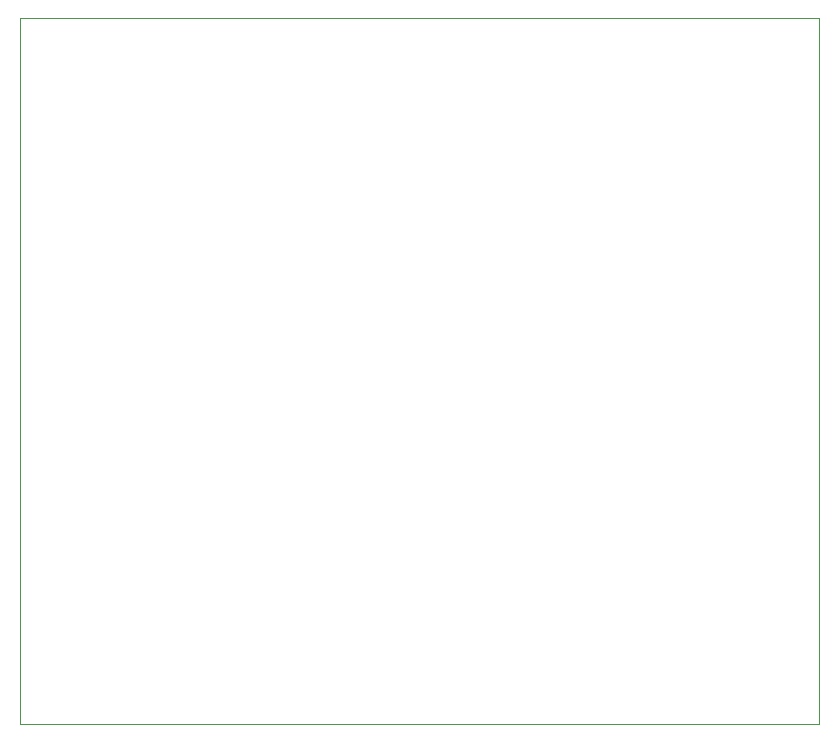
<source format=gm1>
G04 #@! TF.GenerationSoftware,KiCad,Pcbnew,7.0.8*
G04 #@! TF.CreationDate,2023-11-03T23:08:19-04:00*
G04 #@! TF.ProjectId,robot,726f626f-742e-46b6-9963-61645f706362,rev?*
G04 #@! TF.SameCoordinates,Original*
G04 #@! TF.FileFunction,Profile,NP*
%FSLAX46Y46*%
G04 Gerber Fmt 4.6, Leading zero omitted, Abs format (unit mm)*
G04 Created by KiCad (PCBNEW 7.0.8) date 2023-11-03 23:08:19*
%MOMM*%
%LPD*%
G01*
G04 APERTURE LIST*
G04 #@! TA.AperFunction,Profile*
%ADD10C,0.050000*%
G04 #@! TD*
G04 APERTURE END LIST*
D10*
X156400000Y-55800000D02*
X224000000Y-55800000D01*
X224000000Y-115600000D01*
X156400000Y-115600000D01*
X156400000Y-55800000D01*
M02*

</source>
